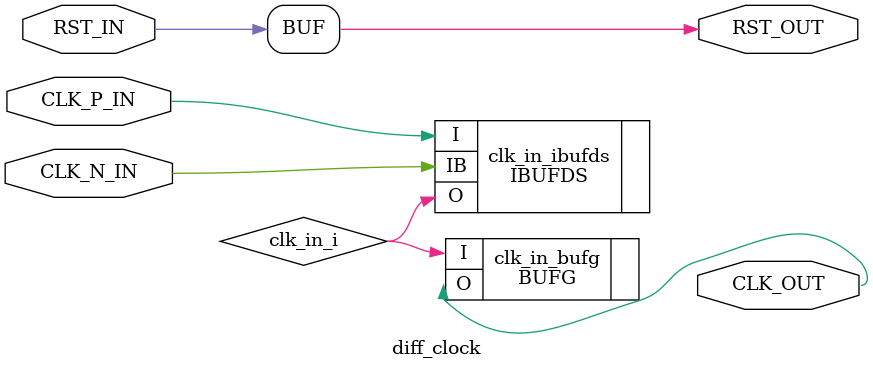
<source format=v>
`timescale 1ns / 1ps
`define DLY #1

module diff_clock 
( 
  CLK_N_IN,
  CLK_P_IN,
  RST_IN,
  CLK_OUT,
  RST_OUT
);
   input  CLK_N_IN;
   input  CLK_P_IN;
   input  RST_IN;
   output CLK_OUT;
   output RST_OUT;

   wire   clk_in_i;

   //----- Reference clock using normal clock resources (CLK)  -----------
    // In designs that can tolerate higher jitter, CLK reference clock inputs to the GTPs can
    // be used. In this example, we use an IBUFDS to bring a reference clock on chip through the
    // regular IOs    
        
    IBUFDS clk_in_ibufds
    (
        .O                              (clk_in_i), 
        .I                              (CLK_P_IN),
        .IB                             (CLK_N_IN)
    );

    // The tools automatically turn on CLK reference clocking when the CLKIN port of the GTP is 
    // driven by a BUFG. Here we connect the grefclk from the IBUFDS to a BUFG, which we will use to 
    // drive the GTPs in the design that were selected to use CLK.
       
    BUFG clk_in_bufg
    (
        .I                              (clk_in_i),
        .O                              (CLK_OUT)
    );

   assign RST_OUT = RST_IN;

endmodule // diff_clock


</source>
